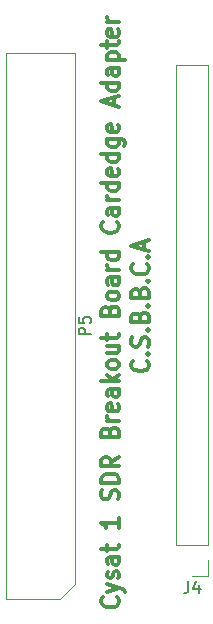
<source format=gbr>
G04 #@! TF.GenerationSoftware,KiCad,Pcbnew,5.0.0*
G04 #@! TF.CreationDate,2018-07-30T20:07:15-05:00*
G04 #@! TF.ProjectId,CardedgeBreakout,4361726465646765427265616B6F7574,rev?*
G04 #@! TF.SameCoordinates,Original*
G04 #@! TF.FileFunction,Legend,Top*
G04 #@! TF.FilePolarity,Positive*
%FSLAX46Y46*%
G04 Gerber Fmt 4.6, Leading zero omitted, Abs format (unit mm)*
G04 Created by KiCad (PCBNEW 5.0.0) date Mon Jul 30 20:07:15 2018*
%MOMM*%
%LPD*%
G01*
G04 APERTURE LIST*
%ADD10C,0.300000*%
%ADD11C,0.120000*%
%ADD12C,0.150000*%
G04 APERTURE END LIST*
D10*
X204873714Y-156299000D02*
X204945142Y-156365666D01*
X205016571Y-156565666D01*
X205016571Y-156699000D01*
X204945142Y-156899000D01*
X204802285Y-157032333D01*
X204659428Y-157099000D01*
X204373714Y-157165666D01*
X204159428Y-157165666D01*
X203873714Y-157099000D01*
X203730857Y-157032333D01*
X203588000Y-156899000D01*
X203516571Y-156699000D01*
X203516571Y-156565666D01*
X203588000Y-156365666D01*
X203659428Y-156299000D01*
X204016571Y-155832333D02*
X205016571Y-155499000D01*
X204016571Y-155165666D02*
X205016571Y-155499000D01*
X205373714Y-155632333D01*
X205445142Y-155699000D01*
X205516571Y-155832333D01*
X204945142Y-154699000D02*
X205016571Y-154565666D01*
X205016571Y-154299000D01*
X204945142Y-154165666D01*
X204802285Y-154099000D01*
X204730857Y-154099000D01*
X204588000Y-154165666D01*
X204516571Y-154299000D01*
X204516571Y-154499000D01*
X204445142Y-154632333D01*
X204302285Y-154699000D01*
X204230857Y-154699000D01*
X204088000Y-154632333D01*
X204016571Y-154499000D01*
X204016571Y-154299000D01*
X204088000Y-154165666D01*
X205016571Y-152899000D02*
X204230857Y-152899000D01*
X204088000Y-152965666D01*
X204016571Y-153099000D01*
X204016571Y-153365666D01*
X204088000Y-153499000D01*
X204945142Y-152899000D02*
X205016571Y-153032333D01*
X205016571Y-153365666D01*
X204945142Y-153499000D01*
X204802285Y-153565666D01*
X204659428Y-153565666D01*
X204516571Y-153499000D01*
X204445142Y-153365666D01*
X204445142Y-153032333D01*
X204373714Y-152899000D01*
X204016571Y-152432333D02*
X204016571Y-151899000D01*
X203516571Y-152232333D02*
X204802285Y-152232333D01*
X204945142Y-152165666D01*
X205016571Y-152032333D01*
X205016571Y-151899000D01*
X205016571Y-149632333D02*
X205016571Y-150432333D01*
X205016571Y-150032333D02*
X203516571Y-150032333D01*
X203730857Y-150165666D01*
X203873714Y-150299000D01*
X203945142Y-150432333D01*
X204945142Y-148032333D02*
X205016571Y-147832333D01*
X205016571Y-147499000D01*
X204945142Y-147365666D01*
X204873714Y-147299000D01*
X204730857Y-147232333D01*
X204588000Y-147232333D01*
X204445142Y-147299000D01*
X204373714Y-147365666D01*
X204302285Y-147499000D01*
X204230857Y-147765666D01*
X204159428Y-147899000D01*
X204088000Y-147965666D01*
X203945142Y-148032333D01*
X203802285Y-148032333D01*
X203659428Y-147965666D01*
X203588000Y-147899000D01*
X203516571Y-147765666D01*
X203516571Y-147432333D01*
X203588000Y-147232333D01*
X205016571Y-146632333D02*
X203516571Y-146632333D01*
X203516571Y-146299000D01*
X203588000Y-146099000D01*
X203730857Y-145965666D01*
X203873714Y-145899000D01*
X204159428Y-145832333D01*
X204373714Y-145832333D01*
X204659428Y-145899000D01*
X204802285Y-145965666D01*
X204945142Y-146099000D01*
X205016571Y-146299000D01*
X205016571Y-146632333D01*
X205016571Y-144432333D02*
X204302285Y-144899000D01*
X205016571Y-145232333D02*
X203516571Y-145232333D01*
X203516571Y-144699000D01*
X203588000Y-144565666D01*
X203659428Y-144499000D01*
X203802285Y-144432333D01*
X204016571Y-144432333D01*
X204159428Y-144499000D01*
X204230857Y-144565666D01*
X204302285Y-144699000D01*
X204302285Y-145232333D01*
X204230857Y-142299000D02*
X204302285Y-142099000D01*
X204373714Y-142032333D01*
X204516571Y-141965666D01*
X204730857Y-141965666D01*
X204873714Y-142032333D01*
X204945142Y-142099000D01*
X205016571Y-142232333D01*
X205016571Y-142765666D01*
X203516571Y-142765666D01*
X203516571Y-142299000D01*
X203588000Y-142165666D01*
X203659428Y-142099000D01*
X203802285Y-142032333D01*
X203945142Y-142032333D01*
X204088000Y-142099000D01*
X204159428Y-142165666D01*
X204230857Y-142299000D01*
X204230857Y-142765666D01*
X205016571Y-141365666D02*
X204016571Y-141365666D01*
X204302285Y-141365666D02*
X204159428Y-141299000D01*
X204088000Y-141232333D01*
X204016571Y-141099000D01*
X204016571Y-140965666D01*
X204945142Y-139965666D02*
X205016571Y-140099000D01*
X205016571Y-140365666D01*
X204945142Y-140499000D01*
X204802285Y-140565666D01*
X204230857Y-140565666D01*
X204088000Y-140499000D01*
X204016571Y-140365666D01*
X204016571Y-140099000D01*
X204088000Y-139965666D01*
X204230857Y-139899000D01*
X204373714Y-139899000D01*
X204516571Y-140565666D01*
X205016571Y-138699000D02*
X204230857Y-138699000D01*
X204088000Y-138765666D01*
X204016571Y-138899000D01*
X204016571Y-139165666D01*
X204088000Y-139299000D01*
X204945142Y-138699000D02*
X205016571Y-138832333D01*
X205016571Y-139165666D01*
X204945142Y-139299000D01*
X204802285Y-139365666D01*
X204659428Y-139365666D01*
X204516571Y-139299000D01*
X204445142Y-139165666D01*
X204445142Y-138832333D01*
X204373714Y-138699000D01*
X205016571Y-138032333D02*
X203516571Y-138032333D01*
X204445142Y-137899000D02*
X205016571Y-137499000D01*
X204016571Y-137499000D02*
X204588000Y-138032333D01*
X205016571Y-136699000D02*
X204945142Y-136832333D01*
X204873714Y-136899000D01*
X204730857Y-136965666D01*
X204302285Y-136965666D01*
X204159428Y-136899000D01*
X204088000Y-136832333D01*
X204016571Y-136699000D01*
X204016571Y-136499000D01*
X204088000Y-136365666D01*
X204159428Y-136299000D01*
X204302285Y-136232333D01*
X204730857Y-136232333D01*
X204873714Y-136299000D01*
X204945142Y-136365666D01*
X205016571Y-136499000D01*
X205016571Y-136699000D01*
X204016571Y-135032333D02*
X205016571Y-135032333D01*
X204016571Y-135632333D02*
X204802285Y-135632333D01*
X204945142Y-135565666D01*
X205016571Y-135432333D01*
X205016571Y-135232333D01*
X204945142Y-135099000D01*
X204873714Y-135032333D01*
X204016571Y-134565666D02*
X204016571Y-134032333D01*
X203516571Y-134365666D02*
X204802285Y-134365666D01*
X204945142Y-134299000D01*
X205016571Y-134165666D01*
X205016571Y-134032333D01*
X204230857Y-132032333D02*
X204302285Y-131832333D01*
X204373714Y-131765666D01*
X204516571Y-131699000D01*
X204730857Y-131699000D01*
X204873714Y-131765666D01*
X204945142Y-131832333D01*
X205016571Y-131965666D01*
X205016571Y-132499000D01*
X203516571Y-132499000D01*
X203516571Y-132032333D01*
X203588000Y-131899000D01*
X203659428Y-131832333D01*
X203802285Y-131765666D01*
X203945142Y-131765666D01*
X204088000Y-131832333D01*
X204159428Y-131899000D01*
X204230857Y-132032333D01*
X204230857Y-132499000D01*
X205016571Y-130899000D02*
X204945142Y-131032333D01*
X204873714Y-131099000D01*
X204730857Y-131165666D01*
X204302285Y-131165666D01*
X204159428Y-131099000D01*
X204088000Y-131032333D01*
X204016571Y-130899000D01*
X204016571Y-130699000D01*
X204088000Y-130565666D01*
X204159428Y-130499000D01*
X204302285Y-130432333D01*
X204730857Y-130432333D01*
X204873714Y-130499000D01*
X204945142Y-130565666D01*
X205016571Y-130699000D01*
X205016571Y-130899000D01*
X205016571Y-129232333D02*
X204230857Y-129232333D01*
X204088000Y-129299000D01*
X204016571Y-129432333D01*
X204016571Y-129699000D01*
X204088000Y-129832333D01*
X204945142Y-129232333D02*
X205016571Y-129365666D01*
X205016571Y-129699000D01*
X204945142Y-129832333D01*
X204802285Y-129899000D01*
X204659428Y-129899000D01*
X204516571Y-129832333D01*
X204445142Y-129699000D01*
X204445142Y-129365666D01*
X204373714Y-129232333D01*
X205016571Y-128565666D02*
X204016571Y-128565666D01*
X204302285Y-128565666D02*
X204159428Y-128499000D01*
X204088000Y-128432333D01*
X204016571Y-128299000D01*
X204016571Y-128165666D01*
X205016571Y-127099000D02*
X203516571Y-127099000D01*
X204945142Y-127099000D02*
X205016571Y-127232333D01*
X205016571Y-127499000D01*
X204945142Y-127632333D01*
X204873714Y-127699000D01*
X204730857Y-127765666D01*
X204302285Y-127765666D01*
X204159428Y-127699000D01*
X204088000Y-127632333D01*
X204016571Y-127499000D01*
X204016571Y-127232333D01*
X204088000Y-127099000D01*
X204873714Y-124565666D02*
X204945142Y-124632333D01*
X205016571Y-124832333D01*
X205016571Y-124965666D01*
X204945142Y-125165666D01*
X204802285Y-125299000D01*
X204659428Y-125365666D01*
X204373714Y-125432333D01*
X204159428Y-125432333D01*
X203873714Y-125365666D01*
X203730857Y-125299000D01*
X203588000Y-125165666D01*
X203516571Y-124965666D01*
X203516571Y-124832333D01*
X203588000Y-124632333D01*
X203659428Y-124565666D01*
X205016571Y-123365666D02*
X204230857Y-123365666D01*
X204088000Y-123432333D01*
X204016571Y-123565666D01*
X204016571Y-123832333D01*
X204088000Y-123965666D01*
X204945142Y-123365666D02*
X205016571Y-123499000D01*
X205016571Y-123832333D01*
X204945142Y-123965666D01*
X204802285Y-124032333D01*
X204659428Y-124032333D01*
X204516571Y-123965666D01*
X204445142Y-123832333D01*
X204445142Y-123499000D01*
X204373714Y-123365666D01*
X205016571Y-122699000D02*
X204016571Y-122699000D01*
X204302285Y-122699000D02*
X204159428Y-122632333D01*
X204088000Y-122565666D01*
X204016571Y-122432333D01*
X204016571Y-122299000D01*
X205016571Y-121232333D02*
X203516571Y-121232333D01*
X204945142Y-121232333D02*
X205016571Y-121365666D01*
X205016571Y-121632333D01*
X204945142Y-121765666D01*
X204873714Y-121832333D01*
X204730857Y-121899000D01*
X204302285Y-121899000D01*
X204159428Y-121832333D01*
X204088000Y-121765666D01*
X204016571Y-121632333D01*
X204016571Y-121365666D01*
X204088000Y-121232333D01*
X204945142Y-120032333D02*
X205016571Y-120165666D01*
X205016571Y-120432333D01*
X204945142Y-120565666D01*
X204802285Y-120632333D01*
X204230857Y-120632333D01*
X204088000Y-120565666D01*
X204016571Y-120432333D01*
X204016571Y-120165666D01*
X204088000Y-120032333D01*
X204230857Y-119965666D01*
X204373714Y-119965666D01*
X204516571Y-120632333D01*
X205016571Y-118765666D02*
X203516571Y-118765666D01*
X204945142Y-118765666D02*
X205016571Y-118899000D01*
X205016571Y-119165666D01*
X204945142Y-119299000D01*
X204873714Y-119365666D01*
X204730857Y-119432333D01*
X204302285Y-119432333D01*
X204159428Y-119365666D01*
X204088000Y-119299000D01*
X204016571Y-119165666D01*
X204016571Y-118899000D01*
X204088000Y-118765666D01*
X204016571Y-117499000D02*
X205230857Y-117499000D01*
X205373714Y-117565666D01*
X205445142Y-117632333D01*
X205516571Y-117765666D01*
X205516571Y-117965666D01*
X205445142Y-118099000D01*
X204945142Y-117499000D02*
X205016571Y-117632333D01*
X205016571Y-117899000D01*
X204945142Y-118032333D01*
X204873714Y-118099000D01*
X204730857Y-118165666D01*
X204302285Y-118165666D01*
X204159428Y-118099000D01*
X204088000Y-118032333D01*
X204016571Y-117899000D01*
X204016571Y-117632333D01*
X204088000Y-117499000D01*
X204945142Y-116299000D02*
X205016571Y-116432333D01*
X205016571Y-116699000D01*
X204945142Y-116832333D01*
X204802285Y-116899000D01*
X204230857Y-116899000D01*
X204088000Y-116832333D01*
X204016571Y-116699000D01*
X204016571Y-116432333D01*
X204088000Y-116299000D01*
X204230857Y-116232333D01*
X204373714Y-116232333D01*
X204516571Y-116899000D01*
X204588000Y-114632333D02*
X204588000Y-113965666D01*
X205016571Y-114765666D02*
X203516571Y-114299000D01*
X205016571Y-113832333D01*
X205016571Y-112765666D02*
X203516571Y-112765666D01*
X204945142Y-112765666D02*
X205016571Y-112899000D01*
X205016571Y-113165666D01*
X204945142Y-113299000D01*
X204873714Y-113365666D01*
X204730857Y-113432333D01*
X204302285Y-113432333D01*
X204159428Y-113365666D01*
X204088000Y-113299000D01*
X204016571Y-113165666D01*
X204016571Y-112899000D01*
X204088000Y-112765666D01*
X205016571Y-111499000D02*
X204230857Y-111499000D01*
X204088000Y-111565666D01*
X204016571Y-111699000D01*
X204016571Y-111965666D01*
X204088000Y-112099000D01*
X204945142Y-111499000D02*
X205016571Y-111632333D01*
X205016571Y-111965666D01*
X204945142Y-112099000D01*
X204802285Y-112165666D01*
X204659428Y-112165666D01*
X204516571Y-112099000D01*
X204445142Y-111965666D01*
X204445142Y-111632333D01*
X204373714Y-111499000D01*
X204016571Y-110832333D02*
X205516571Y-110832333D01*
X204088000Y-110832333D02*
X204016571Y-110699000D01*
X204016571Y-110432333D01*
X204088000Y-110299000D01*
X204159428Y-110232333D01*
X204302285Y-110165666D01*
X204730857Y-110165666D01*
X204873714Y-110232333D01*
X204945142Y-110299000D01*
X205016571Y-110432333D01*
X205016571Y-110699000D01*
X204945142Y-110832333D01*
X204016571Y-109765666D02*
X204016571Y-109232333D01*
X203516571Y-109565666D02*
X204802285Y-109565666D01*
X204945142Y-109499000D01*
X205016571Y-109365666D01*
X205016571Y-109232333D01*
X204945142Y-108232333D02*
X205016571Y-108365666D01*
X205016571Y-108632333D01*
X204945142Y-108765666D01*
X204802285Y-108832333D01*
X204230857Y-108832333D01*
X204088000Y-108765666D01*
X204016571Y-108632333D01*
X204016571Y-108365666D01*
X204088000Y-108232333D01*
X204230857Y-108165666D01*
X204373714Y-108165666D01*
X204516571Y-108832333D01*
X205016571Y-107565666D02*
X204016571Y-107565666D01*
X204302285Y-107565666D02*
X204159428Y-107499000D01*
X204088000Y-107432333D01*
X204016571Y-107299000D01*
X204016571Y-107165666D01*
X207423714Y-136299000D02*
X207495142Y-136365666D01*
X207566571Y-136565666D01*
X207566571Y-136699000D01*
X207495142Y-136899000D01*
X207352285Y-137032333D01*
X207209428Y-137099000D01*
X206923714Y-137165666D01*
X206709428Y-137165666D01*
X206423714Y-137099000D01*
X206280857Y-137032333D01*
X206138000Y-136899000D01*
X206066571Y-136699000D01*
X206066571Y-136565666D01*
X206138000Y-136365666D01*
X206209428Y-136299000D01*
X207423714Y-135699000D02*
X207495142Y-135632333D01*
X207566571Y-135699000D01*
X207495142Y-135765666D01*
X207423714Y-135699000D01*
X207566571Y-135699000D01*
X207495142Y-135099000D02*
X207566571Y-134899000D01*
X207566571Y-134565666D01*
X207495142Y-134432333D01*
X207423714Y-134365666D01*
X207280857Y-134299000D01*
X207138000Y-134299000D01*
X206995142Y-134365666D01*
X206923714Y-134432333D01*
X206852285Y-134565666D01*
X206780857Y-134832333D01*
X206709428Y-134965666D01*
X206638000Y-135032333D01*
X206495142Y-135099000D01*
X206352285Y-135099000D01*
X206209428Y-135032333D01*
X206138000Y-134965666D01*
X206066571Y-134832333D01*
X206066571Y-134499000D01*
X206138000Y-134299000D01*
X207423714Y-133699000D02*
X207495142Y-133632333D01*
X207566571Y-133699000D01*
X207495142Y-133765666D01*
X207423714Y-133699000D01*
X207566571Y-133699000D01*
X206780857Y-132565666D02*
X206852285Y-132365666D01*
X206923714Y-132299000D01*
X207066571Y-132232333D01*
X207280857Y-132232333D01*
X207423714Y-132299000D01*
X207495142Y-132365666D01*
X207566571Y-132499000D01*
X207566571Y-133032333D01*
X206066571Y-133032333D01*
X206066571Y-132565666D01*
X206138000Y-132432333D01*
X206209428Y-132365666D01*
X206352285Y-132299000D01*
X206495142Y-132299000D01*
X206638000Y-132365666D01*
X206709428Y-132432333D01*
X206780857Y-132565666D01*
X206780857Y-133032333D01*
X207423714Y-131632333D02*
X207495142Y-131565666D01*
X207566571Y-131632333D01*
X207495142Y-131699000D01*
X207423714Y-131632333D01*
X207566571Y-131632333D01*
X206780857Y-130499000D02*
X206852285Y-130299000D01*
X206923714Y-130232333D01*
X207066571Y-130165666D01*
X207280857Y-130165666D01*
X207423714Y-130232333D01*
X207495142Y-130299000D01*
X207566571Y-130432333D01*
X207566571Y-130965666D01*
X206066571Y-130965666D01*
X206066571Y-130499000D01*
X206138000Y-130365666D01*
X206209428Y-130299000D01*
X206352285Y-130232333D01*
X206495142Y-130232333D01*
X206638000Y-130299000D01*
X206709428Y-130365666D01*
X206780857Y-130499000D01*
X206780857Y-130965666D01*
X207423714Y-129565666D02*
X207495142Y-129499000D01*
X207566571Y-129565666D01*
X207495142Y-129632333D01*
X207423714Y-129565666D01*
X207566571Y-129565666D01*
X207423714Y-128099000D02*
X207495142Y-128165666D01*
X207566571Y-128365666D01*
X207566571Y-128499000D01*
X207495142Y-128699000D01*
X207352285Y-128832333D01*
X207209428Y-128899000D01*
X206923714Y-128965666D01*
X206709428Y-128965666D01*
X206423714Y-128899000D01*
X206280857Y-128832333D01*
X206138000Y-128699000D01*
X206066571Y-128499000D01*
X206066571Y-128365666D01*
X206138000Y-128165666D01*
X206209428Y-128099000D01*
X207423714Y-127499000D02*
X207495142Y-127432333D01*
X207566571Y-127499000D01*
X207495142Y-127565666D01*
X207423714Y-127499000D01*
X207566571Y-127499000D01*
X207138000Y-126899000D02*
X207138000Y-126232333D01*
X207566571Y-127032333D02*
X206066571Y-126565666D01*
X207566571Y-126099000D01*
D11*
G04 #@! TO.C,P5*
X201268600Y-155174600D02*
X201268600Y-110204600D01*
X195428600Y-156444600D02*
X195428600Y-110204600D01*
X199998600Y-156444600D02*
X195428600Y-156444600D01*
X201268600Y-110204600D02*
X195428600Y-110204600D01*
X201268600Y-155174600D02*
X199998600Y-156444600D01*
G04 #@! TO.C,J4*
X212531000Y-111217400D02*
X209871000Y-111217400D01*
X212531000Y-151917400D02*
X212531000Y-111217400D01*
X209871000Y-151917400D02*
X209871000Y-111217400D01*
X212531000Y-151917400D02*
X209871000Y-151917400D01*
X212531000Y-153187400D02*
X212531000Y-154517400D01*
X212531000Y-154517400D02*
X211201000Y-154517400D01*
G04 #@! TO.C,P5*
D12*
X202610980Y-134062695D02*
X201610980Y-134062695D01*
X201610980Y-133681742D01*
X201658600Y-133586504D01*
X201706219Y-133538885D01*
X201801457Y-133491266D01*
X201944314Y-133491266D01*
X202039552Y-133538885D01*
X202087171Y-133586504D01*
X202134790Y-133681742D01*
X202134790Y-134062695D01*
X201610980Y-132586504D02*
X201610980Y-133062695D01*
X202087171Y-133110314D01*
X202039552Y-133062695D01*
X201991933Y-132967457D01*
X201991933Y-132729361D01*
X202039552Y-132634123D01*
X202087171Y-132586504D01*
X202182409Y-132538885D01*
X202420504Y-132538885D01*
X202515742Y-132586504D01*
X202563361Y-132634123D01*
X202610980Y-132729361D01*
X202610980Y-132967457D01*
X202563361Y-133062695D01*
X202515742Y-133110314D01*
G04 #@! TO.C,J4*
X210867666Y-154969780D02*
X210867666Y-155684066D01*
X210820047Y-155826923D01*
X210724809Y-155922161D01*
X210581952Y-155969780D01*
X210486714Y-155969780D01*
X211772428Y-155303114D02*
X211772428Y-155969780D01*
X211534333Y-154922161D02*
X211296238Y-155636447D01*
X211915285Y-155636447D01*
G04 #@! TD*
M02*

</source>
